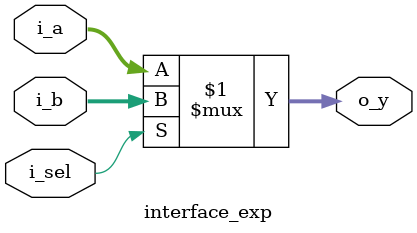
<source format=sv>
module interface_exp (
  input logic [7:0] i_a,
  input logic [7:0] i_b,
  input logic       i_sel,

  output logic [7:0] o_y
);

  assign o_y = i_sel ? i_b : i_a;

endmodule

</source>
